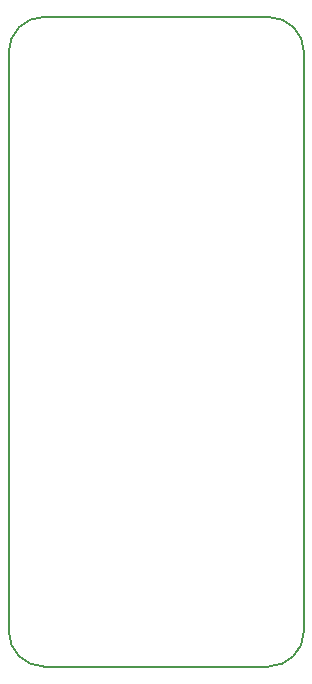
<source format=gbr>
%TF.GenerationSoftware,KiCad,Pcbnew,8.0.0*%
%TF.CreationDate,2024-04-01T12:03:42-07:00*%
%TF.ProjectId,lyrav3r1,6c797261-7633-4723-912e-6b696361645f,rev?*%
%TF.SameCoordinates,Original*%
%TF.FileFunction,Profile,NP*%
%FSLAX46Y46*%
G04 Gerber Fmt 4.6, Leading zero omitted, Abs format (unit mm)*
G04 Created by KiCad (PCBNEW 8.0.0) date 2024-04-01 12:03:42*
%MOMM*%
%LPD*%
G01*
G04 APERTURE LIST*
%TA.AperFunction,Profile*%
%ADD10C,0.200000*%
%TD*%
G04 APERTURE END LIST*
D10*
X22000000Y55000000D02*
G75*
G02*
X25000000Y52000000I0J-3000000D01*
G01*
X25000000Y3000000D02*
G75*
G02*
X22000000Y0I-3000000J0D01*
G01*
X3000000Y0D02*
G75*
G02*
X0Y3000000I0J3000000D01*
G01*
X3000000Y55000000D02*
X22000000Y55000000D01*
X0Y3000000D02*
X0Y52000000D01*
X25000000Y3000000D02*
X25000000Y52000000D01*
X0Y52000000D02*
G75*
G02*
X3000000Y55000000I3000000J0D01*
G01*
X22000000Y0D02*
X3000000Y0D01*
M02*

</source>
